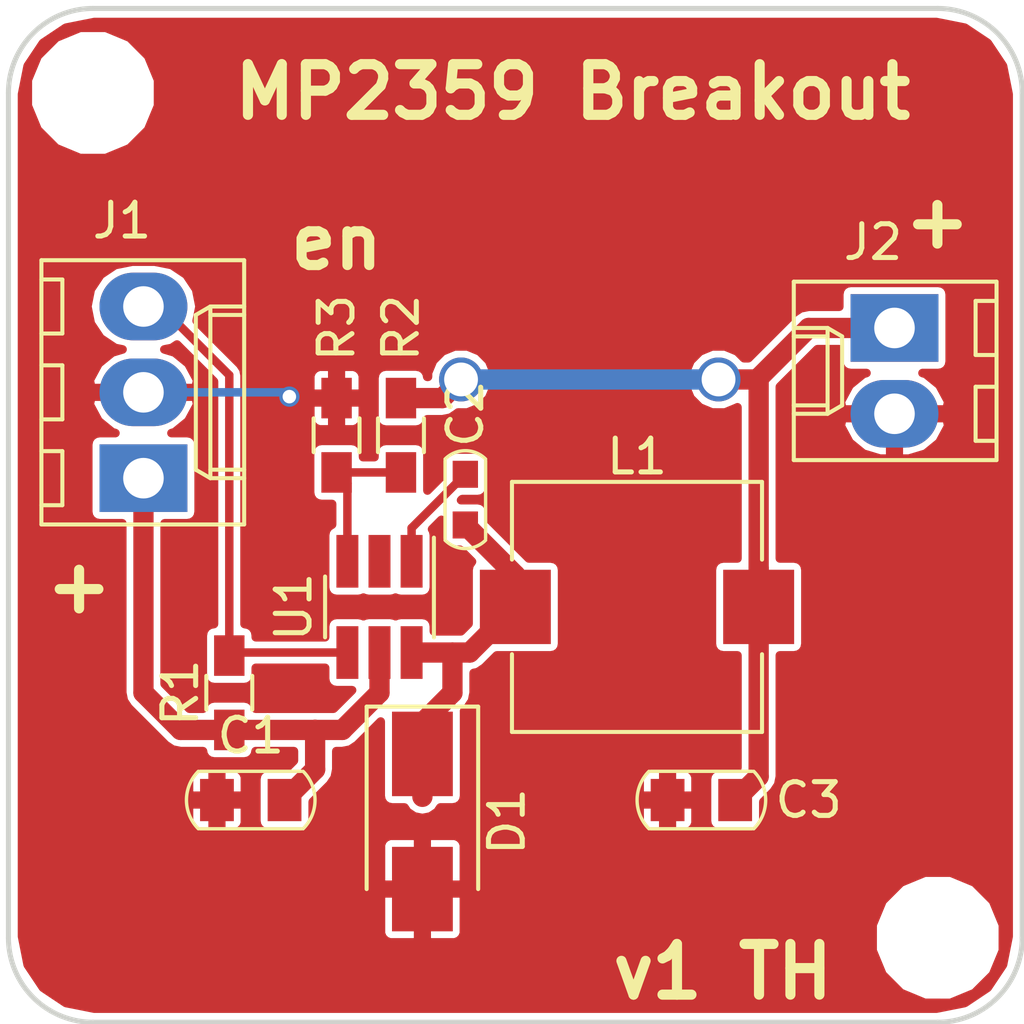
<source format=kicad_pcb>
(kicad_pcb (version 4) (host pcbnew 4.0.6-e0-6349~53~ubuntu14.04.1)

  (general
    (links 19)
    (no_connects 0)
    (area 155.575 68.58 186.300001 100.830001)
    (thickness 1.6)
    (drawings 5)
    (tracks 49)
    (zones 0)
    (modules 12)
    (nets 8)
  )

  (page A4)
  (layers
    (0 F.Cu signal)
    (31 B.Cu signal)
    (32 B.Adhes user)
    (33 F.Adhes user)
    (34 B.Paste user)
    (35 F.Paste user)
    (36 B.SilkS user)
    (37 F.SilkS user)
    (38 B.Mask user)
    (39 F.Mask user)
    (40 Dwgs.User user)
    (41 Cmts.User user)
    (42 Eco1.User user)
    (43 Eco2.User user)
    (44 Edge.Cuts user)
    (45 Margin user)
    (46 B.CrtYd user)
    (47 F.CrtYd user)
    (48 B.Fab user)
    (49 F.Fab user)
  )

  (setup
    (last_trace_width 0.25)
    (trace_clearance 0.2)
    (zone_clearance 0.508)
    (zone_45_only yes)
    (trace_min 0.2)
    (segment_width 0.2)
    (edge_width 0.15)
    (via_size 0.6)
    (via_drill 0.4)
    (via_min_size 0.4)
    (via_min_drill 0.3)
    (uvia_size 0.3)
    (uvia_drill 0.1)
    (uvias_allowed no)
    (uvia_min_size 0.2)
    (uvia_min_drill 0.1)
    (pcb_text_width 0.3)
    (pcb_text_size 1.5 1.5)
    (mod_edge_width 0.15)
    (mod_text_size 1 1)
    (mod_text_width 0.15)
    (pad_size 1.524 1.524)
    (pad_drill 0.762)
    (pad_to_mask_clearance 0.2)
    (aux_axis_origin 0 0)
    (visible_elements FFFFFF7F)
    (pcbplotparams
      (layerselection 0x00030_80000001)
      (usegerberextensions false)
      (excludeedgelayer true)
      (linewidth 0.100000)
      (plotframeref false)
      (viasonmask false)
      (mode 1)
      (useauxorigin false)
      (hpglpennumber 1)
      (hpglpenspeed 20)
      (hpglpendiameter 15)
      (hpglpenoverlay 2)
      (psnegative false)
      (psa4output false)
      (plotreference true)
      (plotvalue true)
      (plotinvisibletext false)
      (padsonsilk false)
      (subtractmaskfromsilk false)
      (outputformat 1)
      (mirror false)
      (drillshape 1)
      (scaleselection 1)
      (outputdirectory ""))
  )

  (net 0 "")
  (net 1 GND)
  (net 2 "Net-(C2-Pad1)")
  (net 3 "Net-(J1-Pad3)")
  (net 4 "Net-(R2-Pad2)")
  (net 5 /Vin)
  (net 6 /Vsw)
  (net 7 /Vout)

  (net_class Default "This is the default net class."
    (clearance 0.2)
    (trace_width 0.25)
    (via_dia 0.6)
    (via_drill 0.4)
    (uvia_dia 0.3)
    (uvia_drill 0.1)
    (add_net GND)
    (add_net "Net-(C2-Pad1)")
    (add_net "Net-(J1-Pad3)")
    (add_net "Net-(R2-Pad2)")
  )

  (net_class HC ""
    (clearance 0.2)
    (trace_width 0.6)
    (via_dia 1.3)
    (via_drill 1)
    (uvia_dia 0.3)
    (uvia_drill 0.1)
    (add_net /Vin)
    (add_net /Vout)
    (add_net /Vsw)
  )

  (module Capacitors_SMD_Round:C_0805 (layer F.Cu) (tedit 5967C7BC) (tstamp 596740DD)
    (at 163.195 93.98 180)
    (descr "Capacitor SMD 0805, reflow soldering, AVX (see smccp.pdf)")
    (tags "capacitor 0805")
    (path /5967B497)
    (attr smd)
    (fp_text reference C1 (at 0 1.905 180) (layer F.SilkS)
      (effects (font (size 1 1) (thickness 0.15)))
    )
    (fp_text value 10u (at 2.54 1.905 180) (layer F.Fab) hide
      (effects (font (size 1 1) (thickness 0.15)))
    )
    (fp_arc (start -0.7 0) (end -1.55 0.85) (angle 90) (layer F.SilkS) (width 0.1))
    (fp_arc (start 0.7 0) (end 1.55 -0.85) (angle 90) (layer F.SilkS) (width 0.1))
    (fp_line (start -1.5 0.85) (end 1.5 0.85) (layer F.SilkS) (width 0.1))
    (fp_line (start -1.5 -0.85) (end 1.5 -0.85) (layer F.SilkS) (width 0.1))
    (fp_text user %R (at 0 1.905 180) (layer F.Fab)
      (effects (font (size 1 1) (thickness 0.15)))
    )
    (fp_line (start -1 0.62) (end -1 -0.62) (layer F.Fab) (width 0.1))
    (fp_line (start 1 0.62) (end -1 0.62) (layer F.Fab) (width 0.1))
    (fp_line (start 1 -0.62) (end 1 0.62) (layer F.Fab) (width 0.1))
    (fp_line (start -1 -0.62) (end 1 -0.62) (layer F.Fab) (width 0.1))
    (fp_line (start -1.75 -0.88) (end 1.75 -0.88) (layer F.CrtYd) (width 0.05))
    (fp_line (start -1.75 -0.88) (end -1.75 0.87) (layer F.CrtYd) (width 0.05))
    (fp_line (start 1.75 0.87) (end 1.75 -0.88) (layer F.CrtYd) (width 0.05))
    (fp_line (start 1.75 0.87) (end -1.75 0.87) (layer F.CrtYd) (width 0.05))
    (pad 1 smd rect (at -1 0 180) (size 1 1.25) (layers F.Cu F.Paste F.Mask)
      (net 5 /Vin))
    (pad 2 smd rect (at 1 0 180) (size 1 1.25) (layers F.Cu F.Paste F.Mask)
      (net 1 GND))
    (model Capacitors_SMD.3dshapes/C_0805.wrl
      (at (xyz 0 0 0))
      (scale (xyz 1 1 1))
      (rotate (xyz 0 0 0))
    )
  )

  (module Capacitors_SMD_Round:C_0603 (layer F.Cu) (tedit 5967C7D4) (tstamp 596740F0)
    (at 169.545 85.09 270)
    (descr "Capacitor SMD 0603, reflow soldering, AVX (see smccp.pdf)")
    (tags "capacitor 0603")
    (path /5967B744)
    (attr smd)
    (fp_text reference C2 (at -2.54 0 270) (layer F.SilkS)
      (effects (font (size 1 1) (thickness 0.15)))
    )
    (fp_text value C (at 0 1.5 270) (layer F.Fab) hide
      (effects (font (size 1 1) (thickness 0.15)))
    )
    (fp_arc (start 0.6 0) (end 1.2 -0.6) (angle 90) (layer F.SilkS) (width 0.1))
    (fp_arc (start -0.6 0) (end -1.2 0.6) (angle 90) (layer F.SilkS) (width 0.1))
    (fp_line (start 1.15 0.6) (end -1.15 0.6) (layer F.SilkS) (width 0.1))
    (fp_line (start -1.15 -0.6) (end 1.15 -0.6) (layer F.SilkS) (width 0.1))
    (fp_text user %R (at -2.54 0 270) (layer F.Fab)
      (effects (font (size 1 1) (thickness 0.15)))
    )
    (fp_line (start -0.8 0.4) (end -0.8 -0.4) (layer F.Fab) (width 0.1))
    (fp_line (start 0.8 0.4) (end -0.8 0.4) (layer F.Fab) (width 0.1))
    (fp_line (start 0.8 -0.4) (end 0.8 0.4) (layer F.Fab) (width 0.1))
    (fp_line (start -0.8 -0.4) (end 0.8 -0.4) (layer F.Fab) (width 0.1))
    (fp_line (start -1.4 -0.65) (end 1.4 -0.65) (layer F.CrtYd) (width 0.05))
    (fp_line (start -1.4 -0.65) (end -1.4 0.65) (layer F.CrtYd) (width 0.05))
    (fp_line (start 1.4 0.65) (end 1.4 -0.65) (layer F.CrtYd) (width 0.05))
    (fp_line (start 1.4 0.65) (end -1.4 0.65) (layer F.CrtYd) (width 0.05))
    (pad 1 smd rect (at -0.75 0 270) (size 0.8 0.75) (layers F.Cu F.Paste F.Mask)
      (net 2 "Net-(C2-Pad1)"))
    (pad 2 smd rect (at 0.75 0 270) (size 0.8 0.75) (layers F.Cu F.Paste F.Mask)
      (net 6 /Vsw))
    (model Capacitors_SMD.3dshapes/C_0603.wrl
      (at (xyz 0 0 0))
      (scale (xyz 1 1 1))
      (rotate (xyz 0 0 0))
    )
  )

  (module Capacitors_SMD_Round:C_0805 (layer F.Cu) (tedit 5967C7E7) (tstamp 59674103)
    (at 176.53 93.98 180)
    (descr "Capacitor SMD 0805, reflow soldering, AVX (see smccp.pdf)")
    (tags "capacitor 0805")
    (path /5967BA2E)
    (attr smd)
    (fp_text reference C3 (at -3.175 0 180) (layer F.SilkS)
      (effects (font (size 1 1) (thickness 0.15)))
    )
    (fp_text value 22u (at 0 -1.27 180) (layer F.Fab)
      (effects (font (size 1 1) (thickness 0.15)))
    )
    (fp_arc (start -0.7 0) (end -1.55 0.85) (angle 90) (layer F.SilkS) (width 0.1))
    (fp_arc (start 0.7 0) (end 1.55 -0.85) (angle 90) (layer F.SilkS) (width 0.1))
    (fp_line (start -1.5 0.85) (end 1.5 0.85) (layer F.SilkS) (width 0.1))
    (fp_line (start -1.5 -0.85) (end 1.5 -0.85) (layer F.SilkS) (width 0.1))
    (fp_text user %R (at -3.175 0 180) (layer F.Fab)
      (effects (font (size 1 1) (thickness 0.15)))
    )
    (fp_line (start -1 0.62) (end -1 -0.62) (layer F.Fab) (width 0.1))
    (fp_line (start 1 0.62) (end -1 0.62) (layer F.Fab) (width 0.1))
    (fp_line (start 1 -0.62) (end 1 0.62) (layer F.Fab) (width 0.1))
    (fp_line (start -1 -0.62) (end 1 -0.62) (layer F.Fab) (width 0.1))
    (fp_line (start -1.75 -0.88) (end 1.75 -0.88) (layer F.CrtYd) (width 0.05))
    (fp_line (start -1.75 -0.88) (end -1.75 0.87) (layer F.CrtYd) (width 0.05))
    (fp_line (start 1.75 0.87) (end 1.75 -0.88) (layer F.CrtYd) (width 0.05))
    (fp_line (start 1.75 0.87) (end -1.75 0.87) (layer F.CrtYd) (width 0.05))
    (pad 1 smd rect (at -1 0 180) (size 1 1.25) (layers F.Cu F.Paste F.Mask)
      (net 7 /Vout))
    (pad 2 smd rect (at 1 0 180) (size 1 1.25) (layers F.Cu F.Paste F.Mask)
      (net 1 GND))
    (model Capacitors_SMD.3dshapes/C_0805.wrl
      (at (xyz 0 0 0))
      (scale (xyz 1 1 1))
      (rotate (xyz 0 0 0))
    )
  )

  (module Diodes_SMD:D_SMA (layer F.Cu) (tedit 5967C7C0) (tstamp 59674109)
    (at 168.275 94.615 270)
    (descr "Diode SMA")
    (tags "Diode SMA")
    (path /5967B7B1)
    (attr smd)
    (fp_text reference D1 (at 0 -2.5 270) (layer F.SilkS)
      (effects (font (size 1 1) (thickness 0.15)))
    )
    (fp_text value D_Schottky (at 0 2.6 270) (layer F.Fab) hide
      (effects (font (size 1 1) (thickness 0.15)))
    )
    (fp_text user %R (at 0 -2.5 270) (layer F.Fab)
      (effects (font (size 1 1) (thickness 0.15)))
    )
    (fp_line (start -3.4 -1.65) (end -3.4 1.65) (layer F.SilkS) (width 0.12))
    (fp_line (start 2.3 1.5) (end -2.3 1.5) (layer F.Fab) (width 0.1))
    (fp_line (start -2.3 1.5) (end -2.3 -1.5) (layer F.Fab) (width 0.1))
    (fp_line (start 2.3 -1.5) (end 2.3 1.5) (layer F.Fab) (width 0.1))
    (fp_line (start 2.3 -1.5) (end -2.3 -1.5) (layer F.Fab) (width 0.1))
    (fp_line (start -3.5 -1.75) (end 3.5 -1.75) (layer F.CrtYd) (width 0.05))
    (fp_line (start 3.5 -1.75) (end 3.5 1.75) (layer F.CrtYd) (width 0.05))
    (fp_line (start 3.5 1.75) (end -3.5 1.75) (layer F.CrtYd) (width 0.05))
    (fp_line (start -3.5 1.75) (end -3.5 -1.75) (layer F.CrtYd) (width 0.05))
    (fp_line (start -0.64944 0.00102) (end -1.55114 0.00102) (layer F.Fab) (width 0.1))
    (fp_line (start 0.50118 0.00102) (end 1.4994 0.00102) (layer F.Fab) (width 0.1))
    (fp_line (start -0.64944 -0.79908) (end -0.64944 0.80112) (layer F.Fab) (width 0.1))
    (fp_line (start 0.50118 0.75032) (end 0.50118 -0.79908) (layer F.Fab) (width 0.1))
    (fp_line (start -0.64944 0.00102) (end 0.50118 0.75032) (layer F.Fab) (width 0.1))
    (fp_line (start -0.64944 0.00102) (end 0.50118 -0.79908) (layer F.Fab) (width 0.1))
    (fp_line (start -3.4 1.65) (end 2 1.65) (layer F.SilkS) (width 0.12))
    (fp_line (start -3.4 -1.65) (end 2 -1.65) (layer F.SilkS) (width 0.12))
    (pad 1 smd rect (at -2 0 270) (size 2.5 1.8) (layers F.Cu F.Paste F.Mask)
      (net 6 /Vsw))
    (pad 2 smd rect (at 2 0 270) (size 2.5 1.8) (layers F.Cu F.Paste F.Mask)
      (net 1 GND))
    (model ${KISYS3DMOD}/Diodes_SMD.3dshapes/D_SMA.wrl
      (at (xyz 0 0 0))
      (scale (xyz 1 1 1))
      (rotate (xyz 0 0 0))
    )
  )

  (module Connectors_Molex:Molex_KK-6410-03_03x2.54mm_Straight (layer F.Cu) (tedit 5967C7CA) (tstamp 59674110)
    (at 160.02 84.455 90)
    (descr "Connector Headers with Friction Lock, 22-27-2031, http://www.molex.com/pdm_docs/sd/022272021_sd.pdf")
    (tags "connector molex kk_6410 22-27-2031")
    (path /5967B69C)
    (fp_text reference J1 (at 7.62 -0.635 180) (layer F.SilkS)
      (effects (font (size 1 1) (thickness 0.15)))
    )
    (fp_text value CONN_01X03 (at 2.54 4.5 90) (layer F.Fab) hide
      (effects (font (size 1 1) (thickness 0.15)))
    )
    (fp_line (start -1.47 -3.12) (end -1.47 3.08) (layer F.Fab) (width 0.12))
    (fp_line (start -1.47 3.08) (end 6.55 3.08) (layer F.Fab) (width 0.12))
    (fp_line (start 6.55 3.08) (end 6.55 -3.12) (layer F.Fab) (width 0.12))
    (fp_line (start 6.55 -3.12) (end -1.47 -3.12) (layer F.Fab) (width 0.12))
    (fp_line (start -1.37 -3.02) (end -1.37 2.98) (layer F.SilkS) (width 0.12))
    (fp_line (start -1.37 2.98) (end 6.45 2.98) (layer F.SilkS) (width 0.12))
    (fp_line (start 6.45 2.98) (end 6.45 -3.02) (layer F.SilkS) (width 0.12))
    (fp_line (start 6.45 -3.02) (end -1.37 -3.02) (layer F.SilkS) (width 0.12))
    (fp_line (start 0 2.98) (end 0 1.98) (layer F.SilkS) (width 0.12))
    (fp_line (start 0 1.98) (end 5.08 1.98) (layer F.SilkS) (width 0.12))
    (fp_line (start 5.08 1.98) (end 5.08 2.98) (layer F.SilkS) (width 0.12))
    (fp_line (start 0 1.98) (end 0.25 1.55) (layer F.SilkS) (width 0.12))
    (fp_line (start 0.25 1.55) (end 4.83 1.55) (layer F.SilkS) (width 0.12))
    (fp_line (start 4.83 1.55) (end 5.08 1.98) (layer F.SilkS) (width 0.12))
    (fp_line (start 0.25 2.98) (end 0.25 1.98) (layer F.SilkS) (width 0.12))
    (fp_line (start 4.83 2.98) (end 4.83 1.98) (layer F.SilkS) (width 0.12))
    (fp_line (start -0.8 -3.02) (end -0.8 -2.4) (layer F.SilkS) (width 0.12))
    (fp_line (start -0.8 -2.4) (end 0.8 -2.4) (layer F.SilkS) (width 0.12))
    (fp_line (start 0.8 -2.4) (end 0.8 -3.02) (layer F.SilkS) (width 0.12))
    (fp_line (start 1.74 -3.02) (end 1.74 -2.4) (layer F.SilkS) (width 0.12))
    (fp_line (start 1.74 -2.4) (end 3.34 -2.4) (layer F.SilkS) (width 0.12))
    (fp_line (start 3.34 -2.4) (end 3.34 -3.02) (layer F.SilkS) (width 0.12))
    (fp_line (start 4.28 -3.02) (end 4.28 -2.4) (layer F.SilkS) (width 0.12))
    (fp_line (start 4.28 -2.4) (end 5.88 -2.4) (layer F.SilkS) (width 0.12))
    (fp_line (start 5.88 -2.4) (end 5.88 -3.02) (layer F.SilkS) (width 0.12))
    (fp_line (start -1.9 3.5) (end -1.9 -3.55) (layer F.CrtYd) (width 0.05))
    (fp_line (start -1.9 -3.55) (end 7 -3.55) (layer F.CrtYd) (width 0.05))
    (fp_line (start 7 -3.55) (end 7 3.5) (layer F.CrtYd) (width 0.05))
    (fp_line (start 7 3.5) (end -1.9 3.5) (layer F.CrtYd) (width 0.05))
    (fp_text user %R (at 2.54 0 90) (layer F.Fab)
      (effects (font (size 1 1) (thickness 0.15)))
    )
    (pad 1 thru_hole rect (at 0 0 90) (size 2 2.6) (drill 1.2) (layers *.Cu *.Mask)
      (net 5 /Vin))
    (pad 2 thru_hole oval (at 2.54 0 90) (size 2 2.6) (drill 1.2) (layers *.Cu *.Mask)
      (net 1 GND))
    (pad 3 thru_hole oval (at 5.08 0 90) (size 2 2.6) (drill 1.2) (layers *.Cu *.Mask)
      (net 3 "Net-(J1-Pad3)"))
    (model ${KISYS3DMOD}/Connectors_Molex.3dshapes/Molex_KK-6410-03_03x2.54mm_Straight.wrl
      (at (xyz 0 0 0))
      (scale (xyz 1 1 1))
      (rotate (xyz 0 0 0))
    )
  )

  (module Connectors_Molex:Molex_KK-6410-02_02x2.54mm_Straight (layer F.Cu) (tedit 5967C7F3) (tstamp 59674116)
    (at 182.245 80.01 270)
    (descr "Connector Headers with Friction Lock, 22-27-2021, http://www.molex.com/pdm_docs/sd/022272021_sd.pdf")
    (tags "connector molex kk_6410 22-27-2021")
    (path /5967BAE6)
    (fp_text reference J2 (at -2.54 0.635 360) (layer F.SilkS)
      (effects (font (size 1 1) (thickness 0.15)))
    )
    (fp_text value CONN_01X02 (at 1.27 4.5 270) (layer F.Fab) hide
      (effects (font (size 1 1) (thickness 0.15)))
    )
    (fp_line (start -1.47 -3.12) (end -1.47 3.08) (layer F.Fab) (width 0.12))
    (fp_line (start -1.47 3.08) (end 4.01 3.08) (layer F.Fab) (width 0.12))
    (fp_line (start 4.01 3.08) (end 4.01 -3.12) (layer F.Fab) (width 0.12))
    (fp_line (start 4.01 -3.12) (end -1.47 -3.12) (layer F.Fab) (width 0.12))
    (fp_line (start -1.37 -3.02) (end -1.37 2.98) (layer F.SilkS) (width 0.12))
    (fp_line (start -1.37 2.98) (end 3.91 2.98) (layer F.SilkS) (width 0.12))
    (fp_line (start 3.91 2.98) (end 3.91 -3.02) (layer F.SilkS) (width 0.12))
    (fp_line (start 3.91 -3.02) (end -1.37 -3.02) (layer F.SilkS) (width 0.12))
    (fp_line (start 0 2.98) (end 0 1.98) (layer F.SilkS) (width 0.12))
    (fp_line (start 0 1.98) (end 2.54 1.98) (layer F.SilkS) (width 0.12))
    (fp_line (start 2.54 1.98) (end 2.54 2.98) (layer F.SilkS) (width 0.12))
    (fp_line (start 0 1.98) (end 0.25 1.55) (layer F.SilkS) (width 0.12))
    (fp_line (start 0.25 1.55) (end 2.29 1.55) (layer F.SilkS) (width 0.12))
    (fp_line (start 2.29 1.55) (end 2.54 1.98) (layer F.SilkS) (width 0.12))
    (fp_line (start 0.25 2.98) (end 0.25 1.98) (layer F.SilkS) (width 0.12))
    (fp_line (start 2.29 2.98) (end 2.29 1.98) (layer F.SilkS) (width 0.12))
    (fp_line (start -0.8 -3.02) (end -0.8 -2.4) (layer F.SilkS) (width 0.12))
    (fp_line (start -0.8 -2.4) (end 0.8 -2.4) (layer F.SilkS) (width 0.12))
    (fp_line (start 0.8 -2.4) (end 0.8 -3.02) (layer F.SilkS) (width 0.12))
    (fp_line (start 1.74 -3.02) (end 1.74 -2.4) (layer F.SilkS) (width 0.12))
    (fp_line (start 1.74 -2.4) (end 3.34 -2.4) (layer F.SilkS) (width 0.12))
    (fp_line (start 3.34 -2.4) (end 3.34 -3.02) (layer F.SilkS) (width 0.12))
    (fp_line (start -1.9 3.5) (end -1.9 -3.55) (layer F.CrtYd) (width 0.05))
    (fp_line (start -1.9 -3.55) (end 4.45 -3.55) (layer F.CrtYd) (width 0.05))
    (fp_line (start 4.45 -3.55) (end 4.45 3.5) (layer F.CrtYd) (width 0.05))
    (fp_line (start 4.45 3.5) (end -1.9 3.5) (layer F.CrtYd) (width 0.05))
    (fp_text user %R (at 1.27 0 270) (layer F.Fab)
      (effects (font (size 1 1) (thickness 0.15)))
    )
    (pad 1 thru_hole rect (at 0 0 270) (size 2 2.6) (drill 1.2) (layers *.Cu *.Mask)
      (net 7 /Vout))
    (pad 2 thru_hole oval (at 2.54 0 270) (size 2 2.6) (drill 1.2) (layers *.Cu *.Mask)
      (net 1 GND))
    (model ${KISYS3DMOD}/Connectors_Molex.3dshapes/Molex_KK-6410-02_02x2.54mm_Straight.wrl
      (at (xyz 0 0 0))
      (scale (xyz 1 1 1))
      (rotate (xyz 0 0 0))
    )
  )

  (module Inductors2:L_7.3x7.3_Handsoldering (layer F.Cu) (tedit 5967C954) (tstamp 5967412E)
    (at 174.625 88.265)
    (descr "Choke, SMD, 7.3x7.3mm 3.5mm height")
    (tags "Choke SMD")
    (path /5967B44A)
    (attr smd)
    (fp_text reference L1 (at 0 -4.45) (layer F.SilkS)
      (effects (font (size 1 1) (thickness 0.15)))
    )
    (fp_text value L (at 0 0) (layer F.Fab)
      (effects (font (size 1 1) (thickness 0.15)))
    )
    (fp_line (start 3.7 1.4) (end 3.7 3.7) (layer F.SilkS) (width 0.12))
    (fp_line (start 3.7 3.7) (end -3.7 3.7) (layer F.SilkS) (width 0.12))
    (fp_line (start -3.7 3.7) (end -3.7 1.4) (layer F.SilkS) (width 0.12))
    (fp_line (start -3.7 -1.4) (end -3.7 -3.7) (layer F.SilkS) (width 0.12))
    (fp_line (start -3.7 -3.7) (end 3.7 -3.7) (layer F.SilkS) (width 0.12))
    (fp_line (start 3.7 -3.7) (end 3.7 -1.4) (layer F.SilkS) (width 0.12))
    (fp_line (start -4.2 -3.9) (end -4.2 3.9) (layer F.CrtYd) (width 0.05))
    (fp_line (start -4.2 3.9) (end 4.2 3.9) (layer F.CrtYd) (width 0.05))
    (fp_line (start 4.2 3.9) (end 4.2 -3.9) (layer F.CrtYd) (width 0.05))
    (fp_line (start 4.2 -3.9) (end -4.2 -3.9) (layer F.CrtYd) (width 0.05))
    (fp_line (start 3.65 3.65) (end 3.65 1.4) (layer F.Fab) (width 0.1))
    (fp_line (start 3.65 -3.65) (end 3.65 -1.4) (layer F.Fab) (width 0.1))
    (fp_line (start -3.65 3.65) (end -3.65 1.4) (layer F.Fab) (width 0.1))
    (fp_line (start -3.65 -3.65) (end -3.65 -1.4) (layer F.Fab) (width 0.1))
    (fp_line (start 3.65 3.65) (end -3.65 3.65) (layer F.Fab) (width 0.1))
    (fp_line (start -3.65 -3.65) (end 3.65 -3.65) (layer F.Fab) (width 0.1))
    (fp_arc (start 0 0) (end 2.29 2.29) (angle 90) (layer F.Fab) (width 0.1))
    (fp_arc (start 0 0) (end -2.29 -2.29) (angle 90) (layer F.Fab) (width 0.1))
    (pad 1 smd rect (at -3.6 0) (size 2.1 2.2) (layers F.Cu F.Paste F.Mask)
      (net 6 /Vsw))
    (pad 2 smd rect (at 3.6 0) (size 2.1 2.2) (layers F.Cu F.Paste F.Mask)
      (net 7 /Vout))
  )

  (module Outlines:Outline_30 (layer F.Cu) (tedit 596718B2) (tstamp 5967413C)
    (at 156.025 70.555)
    (path /5967BE8D)
    (fp_text reference P1 (at 9 -1) (layer F.SilkS) hide
      (effects (font (size 1 1) (thickness 0.15)))
    )
    (fp_text value SYMBOL (at 15 -1) (layer F.Fab) hide
      (effects (font (size 1 1) (thickness 0.15)))
    )
    (fp_line (start 30 27.5) (end 30 2.5) (layer Edge.Cuts) (width 0.15))
    (fp_line (start 2.5 30) (end 27.5 30) (layer Edge.Cuts) (width 0.15))
    (fp_line (start 0 2.5) (end 0 27.5) (layer Edge.Cuts) (width 0.15))
    (fp_line (start 27.5 0) (end 2.5 0) (layer Edge.Cuts) (width 0.15))
    (fp_arc (start 2.5 27.5) (end 2.5 30) (angle 90) (layer Edge.Cuts) (width 0.15))
    (fp_arc (start 27.5 27.5) (end 30 27.5) (angle 90) (layer Edge.Cuts) (width 0.15))
    (fp_arc (start 27.5 2.5) (end 27.5 0) (angle 90) (layer Edge.Cuts) (width 0.15))
    (fp_arc (start 2.5 2.5) (end 0 2.5) (angle 90) (layer Edge.Cuts) (width 0.15))
    (pad "" np_thru_hole circle (at 2.5 2.5) (size 3.2 3.2) (drill 3.2) (layers *.Cu *.Mask))
    (pad "" np_thru_hole circle (at 27.5 27.5) (size 3.2 3.2) (drill 3.2) (layers *.Cu *.Mask))
  )

  (module Resistors_SMD:R_0603_HandSoldering (layer F.Cu) (tedit 58E0A804) (tstamp 59674142)
    (at 162.56 90.805 90)
    (descr "Resistor SMD 0603, hand soldering")
    (tags "resistor 0603")
    (path /5967B5BD)
    (attr smd)
    (fp_text reference R1 (at 0 -1.45 90) (layer F.SilkS)
      (effects (font (size 1 1) (thickness 0.15)))
    )
    (fp_text value 100k (at 0 1.55 90) (layer F.Fab)
      (effects (font (size 1 1) (thickness 0.15)))
    )
    (fp_text user %R (at 0 0 90) (layer F.Fab)
      (effects (font (size 0.5 0.5) (thickness 0.075)))
    )
    (fp_line (start -0.8 0.4) (end -0.8 -0.4) (layer F.Fab) (width 0.1))
    (fp_line (start 0.8 0.4) (end -0.8 0.4) (layer F.Fab) (width 0.1))
    (fp_line (start 0.8 -0.4) (end 0.8 0.4) (layer F.Fab) (width 0.1))
    (fp_line (start -0.8 -0.4) (end 0.8 -0.4) (layer F.Fab) (width 0.1))
    (fp_line (start 0.5 0.68) (end -0.5 0.68) (layer F.SilkS) (width 0.12))
    (fp_line (start -0.5 -0.68) (end 0.5 -0.68) (layer F.SilkS) (width 0.12))
    (fp_line (start -1.96 -0.7) (end 1.95 -0.7) (layer F.CrtYd) (width 0.05))
    (fp_line (start -1.96 -0.7) (end -1.96 0.7) (layer F.CrtYd) (width 0.05))
    (fp_line (start 1.95 0.7) (end 1.95 -0.7) (layer F.CrtYd) (width 0.05))
    (fp_line (start 1.95 0.7) (end -1.96 0.7) (layer F.CrtYd) (width 0.05))
    (pad 1 smd rect (at -1.1 0 90) (size 1.2 0.9) (layers F.Cu F.Paste F.Mask)
      (net 5 /Vin))
    (pad 2 smd rect (at 1.1 0 90) (size 1.2 0.9) (layers F.Cu F.Paste F.Mask)
      (net 3 "Net-(J1-Pad3)"))
    (model ${KISYS3DMOD}/Resistors_SMD.3dshapes/R_0603.wrl
      (at (xyz 0 0 0))
      (scale (xyz 1 1 1))
      (rotate (xyz 0 0 0))
    )
  )

  (module Resistors_SMD:R_0603_HandSoldering (layer F.Cu) (tedit 59673EE1) (tstamp 59674148)
    (at 167.64 83.185 270)
    (descr "Resistor SMD 0603, hand soldering")
    (tags "resistor 0603")
    (path /5967B8E9)
    (attr smd)
    (fp_text reference R2 (at -3.175 0 270) (layer F.SilkS)
      (effects (font (size 1 1) (thickness 0.15)))
    )
    (fp_text value 49.9k (at 0 1.55 270) (layer F.Fab)
      (effects (font (size 1 1) (thickness 0.15)))
    )
    (fp_text user %R (at 0 0 270) (layer F.Fab)
      (effects (font (size 0.5 0.5) (thickness 0.075)))
    )
    (fp_line (start -0.8 0.4) (end -0.8 -0.4) (layer F.Fab) (width 0.1))
    (fp_line (start 0.8 0.4) (end -0.8 0.4) (layer F.Fab) (width 0.1))
    (fp_line (start 0.8 -0.4) (end 0.8 0.4) (layer F.Fab) (width 0.1))
    (fp_line (start -0.8 -0.4) (end 0.8 -0.4) (layer F.Fab) (width 0.1))
    (fp_line (start 0.5 0.68) (end -0.5 0.68) (layer F.SilkS) (width 0.12))
    (fp_line (start -0.5 -0.68) (end 0.5 -0.68) (layer F.SilkS) (width 0.12))
    (fp_line (start -1.96 -0.7) (end 1.95 -0.7) (layer F.CrtYd) (width 0.05))
    (fp_line (start -1.96 -0.7) (end -1.96 0.7) (layer F.CrtYd) (width 0.05))
    (fp_line (start 1.95 0.7) (end 1.95 -0.7) (layer F.CrtYd) (width 0.05))
    (fp_line (start 1.95 0.7) (end -1.96 0.7) (layer F.CrtYd) (width 0.05))
    (pad 1 smd rect (at -1.1 0 270) (size 1.2 0.9) (layers F.Cu F.Paste F.Mask)
      (net 7 /Vout))
    (pad 2 smd rect (at 1.1 0 270) (size 1.2 0.9) (layers F.Cu F.Paste F.Mask)
      (net 4 "Net-(R2-Pad2)"))
    (model ${KISYS3DMOD}/Resistors_SMD.3dshapes/R_0603.wrl
      (at (xyz 0 0 0))
      (scale (xyz 1 1 1))
      (rotate (xyz 0 0 0))
    )
  )

  (module Resistors_SMD:R_0603_HandSoldering (layer F.Cu) (tedit 59673EE4) (tstamp 5967414E)
    (at 165.735 83.185 90)
    (descr "Resistor SMD 0603, hand soldering")
    (tags "resistor 0603")
    (path /5967B974)
    (attr smd)
    (fp_text reference R3 (at 3.175 0 90) (layer F.SilkS)
      (effects (font (size 1 1) (thickness 0.15)))
    )
    (fp_text value 16.2k (at 0 1.55 90) (layer F.Fab)
      (effects (font (size 1 1) (thickness 0.15)))
    )
    (fp_text user %R (at 0 0 90) (layer F.Fab)
      (effects (font (size 0.5 0.5) (thickness 0.075)))
    )
    (fp_line (start -0.8 0.4) (end -0.8 -0.4) (layer F.Fab) (width 0.1))
    (fp_line (start 0.8 0.4) (end -0.8 0.4) (layer F.Fab) (width 0.1))
    (fp_line (start 0.8 -0.4) (end 0.8 0.4) (layer F.Fab) (width 0.1))
    (fp_line (start -0.8 -0.4) (end 0.8 -0.4) (layer F.Fab) (width 0.1))
    (fp_line (start 0.5 0.68) (end -0.5 0.68) (layer F.SilkS) (width 0.12))
    (fp_line (start -0.5 -0.68) (end 0.5 -0.68) (layer F.SilkS) (width 0.12))
    (fp_line (start -1.96 -0.7) (end 1.95 -0.7) (layer F.CrtYd) (width 0.05))
    (fp_line (start -1.96 -0.7) (end -1.96 0.7) (layer F.CrtYd) (width 0.05))
    (fp_line (start 1.95 0.7) (end 1.95 -0.7) (layer F.CrtYd) (width 0.05))
    (fp_line (start 1.95 0.7) (end -1.96 0.7) (layer F.CrtYd) (width 0.05))
    (pad 1 smd rect (at -1.1 0 90) (size 1.2 0.9) (layers F.Cu F.Paste F.Mask)
      (net 4 "Net-(R2-Pad2)"))
    (pad 2 smd rect (at 1.1 0 90) (size 1.2 0.9) (layers F.Cu F.Paste F.Mask)
      (net 1 GND))
    (model ${KISYS3DMOD}/Resistors_SMD.3dshapes/R_0603.wrl
      (at (xyz 0 0 0))
      (scale (xyz 1 1 1))
      (rotate (xyz 0 0 0))
    )
  )

  (module TO_SOT_Packages_SMD:SOT-23-6_Handsoldering (layer F.Cu) (tedit 59674057) (tstamp 59674164)
    (at 167.005 88.265 270)
    (descr "6-pin SOT-23 package, Handsoldering")
    (tags "SOT-23-6 Handsoldering")
    (path /5967B40E)
    (attr smd)
    (fp_text reference U1 (at 0 2.54 270) (layer F.SilkS)
      (effects (font (size 1 1) (thickness 0.15)))
    )
    (fp_text value MP2359 (at 0 2.9 270) (layer F.Fab)
      (effects (font (size 1 1) (thickness 0.15)))
    )
    (fp_text user %R (at 0 0 270) (layer F.Fab)
      (effects (font (size 0.5 0.5) (thickness 0.075)))
    )
    (fp_line (start -0.9 1.61) (end 0.9 1.61) (layer F.SilkS) (width 0.12))
    (fp_line (start 0.9 -1.61) (end -2.05 -1.61) (layer F.SilkS) (width 0.12))
    (fp_line (start -2.4 1.8) (end -2.4 -1.8) (layer F.CrtYd) (width 0.05))
    (fp_line (start 2.4 1.8) (end -2.4 1.8) (layer F.CrtYd) (width 0.05))
    (fp_line (start 2.4 -1.8) (end 2.4 1.8) (layer F.CrtYd) (width 0.05))
    (fp_line (start -2.4 -1.8) (end 2.4 -1.8) (layer F.CrtYd) (width 0.05))
    (fp_line (start -0.9 -0.9) (end -0.25 -1.55) (layer F.Fab) (width 0.1))
    (fp_line (start 0.9 -1.55) (end -0.25 -1.55) (layer F.Fab) (width 0.1))
    (fp_line (start -0.9 -0.9) (end -0.9 1.55) (layer F.Fab) (width 0.1))
    (fp_line (start 0.9 1.55) (end -0.9 1.55) (layer F.Fab) (width 0.1))
    (fp_line (start 0.9 -1.55) (end 0.9 1.55) (layer F.Fab) (width 0.1))
    (pad 1 smd rect (at -1.35 -0.95 270) (size 1.56 0.65) (layers F.Cu F.Paste F.Mask)
      (net 2 "Net-(C2-Pad1)"))
    (pad 2 smd rect (at -1.35 0 270) (size 1.56 0.65) (layers F.Cu F.Paste F.Mask))
    (pad 3 smd rect (at -1.35 0.95 270) (size 1.56 0.65) (layers F.Cu F.Paste F.Mask)
      (net 4 "Net-(R2-Pad2)"))
    (pad 4 smd rect (at 1.35 0.95 270) (size 1.56 0.65) (layers F.Cu F.Paste F.Mask)
      (net 3 "Net-(J1-Pad3)"))
    (pad 6 smd rect (at 1.35 -0.95 270) (size 1.56 0.65) (layers F.Cu F.Paste F.Mask)
      (net 6 /Vsw))
    (pad 5 smd rect (at 1.35 0 270) (size 1.56 0.65) (layers F.Cu F.Paste F.Mask)
      (net 5 /Vin))
    (model ${KISYS3DMOD}/TO_SOT_Packages_SMD.3dshapes/SOT-23-6.wrl
      (at (xyz 0 0 0))
      (scale (xyz 1 1 1))
      (rotate (xyz 0 0 0))
    )
  )

  (gr_text "v1 TH" (at 177.165 99.06) (layer F.SilkS)
    (effects (font (size 1.5 1.5) (thickness 0.3)))
  )
  (gr_text "MP2359 Breakout" (at 172.72 73.025) (layer F.SilkS)
    (effects (font (size 1.5 1.5) (thickness 0.3)))
  )
  (gr_text en (at 165.735 77.47) (layer F.SilkS)
    (effects (font (size 1.5 1.5) (thickness 0.3)))
  )
  (gr_text + (at 158.115 87.63) (layer F.SilkS)
    (effects (font (size 1.5 1.5) (thickness 0.3)))
  )
  (gr_text + (at 183.515 76.835) (layer F.SilkS)
    (effects (font (size 1.5 1.5) (thickness 0.3)))
  )

  (segment (start 160.02 81.915) (end 164.211 81.915) (width 0.25) (layer B.Cu) (net 1))
  (segment (start 164.381 82.085) (end 165.735 82.085) (width 0.25) (layer F.Cu) (net 1) (tstamp 596743B2))
  (segment (start 164.338 82.042) (end 164.381 82.085) (width 0.25) (layer F.Cu) (net 1) (tstamp 596743B1))
  (via (at 164.338 82.042) (size 0.6) (drill 0.4) (layers F.Cu B.Cu) (net 1))
  (segment (start 164.211 81.915) (end 164.338 82.042) (width 0.25) (layer B.Cu) (net 1) (tstamp 596743AF))
  (segment (start 160.19 82.085) (end 160.02 81.915) (width 0.25) (layer F.Cu) (net 1) (tstamp 59674394))
  (segment (start 167.955 86.915) (end 167.955 85.93) (width 0.25) (layer F.Cu) (net 2))
  (segment (start 167.955 85.93) (end 169.545 84.34) (width 0.25) (layer F.Cu) (net 2) (tstamp 599A53D5))
  (segment (start 160.02 79.375) (end 160.528 79.375) (width 0.25) (layer F.Cu) (net 3))
  (segment (start 160.528 79.375) (end 162.56 81.407) (width 0.25) (layer F.Cu) (net 3) (tstamp 596743AA))
  (segment (start 162.56 81.407) (end 162.56 89.705) (width 0.25) (layer F.Cu) (net 3) (tstamp 596743AB))
  (segment (start 166.055 89.615) (end 162.65 89.615) (width 0.25) (layer F.Cu) (net 3))
  (segment (start 162.65 89.615) (end 162.56 89.705) (width 0.25) (layer F.Cu) (net 3) (tstamp 5967434D))
  (segment (start 166.055 86.915) (end 166.055 84.605) (width 0.25) (layer F.Cu) (net 4))
  (segment (start 166.055 84.605) (end 165.735 84.285) (width 0.25) (layer F.Cu) (net 4) (tstamp 59674391))
  (segment (start 167.64 84.285) (end 165.735 84.285) (width 0.25) (layer F.Cu) (net 4))
  (segment (start 165.1 92.075) (end 165.1 93.075) (width 0.6) (layer F.Cu) (net 5))
  (segment (start 165.1 93.075) (end 164.195 93.98) (width 0.6) (layer F.Cu) (net 5) (tstamp 599A54A7))
  (segment (start 165.1 91.905) (end 165.1 92.075) (width 0.6) (layer F.Cu) (net 5) (tstamp 59674358))
  (segment (start 165.1 92.075) (end 165.1 91.905) (width 0.6) (layer F.Cu) (net 5) (tstamp 5967435A))
  (segment (start 162.56 91.905) (end 161.12 91.905) (width 0.6) (layer F.Cu) (net 5))
  (segment (start 160.02 90.805) (end 160.02 84.455) (width 0.6) (layer F.Cu) (net 5) (tstamp 59674355))
  (segment (start 161.12 91.905) (end 160.02 90.805) (width 0.6) (layer F.Cu) (net 5) (tstamp 59674354))
  (segment (start 167.005 89.615) (end 167.005 90.805) (width 0.6) (layer F.Cu) (net 5))
  (segment (start 165.905 91.905) (end 165.1 91.905) (width 0.6) (layer F.Cu) (net 5) (tstamp 59674351))
  (segment (start 165.1 91.905) (end 162.56 91.905) (width 0.6) (layer F.Cu) (net 5) (tstamp 5967435B))
  (segment (start 167.005 90.805) (end 165.905 91.905) (width 0.6) (layer F.Cu) (net 5) (tstamp 59674350))
  (segment (start 168.275 92.615) (end 168.275 91.694) (width 0.6) (layer F.Cu) (net 6))
  (segment (start 168.275 91.694) (end 169.164 90.805) (width 0.6) (layer F.Cu) (net 6) (tstamp 599A545C))
  (segment (start 169.164 90.805) (end 169.164 89.615) (width 0.6) (layer F.Cu) (net 6) (tstamp 599A545D))
  (segment (start 171.025 88.265) (end 171.025 87.32) (width 0.6) (layer F.Cu) (net 6))
  (segment (start 171.025 87.32) (end 169.545 85.84) (width 0.6) (layer F.Cu) (net 6) (tstamp 599A5459))
  (segment (start 167.955 89.615) (end 169.164 89.615) (width 0.6) (layer F.Cu) (net 6))
  (segment (start 169.164 89.615) (end 169.675 89.615) (width 0.6) (layer F.Cu) (net 6) (tstamp 599A5460))
  (segment (start 169.675 89.615) (end 171.025 88.265) (width 0.6) (layer F.Cu) (net 6) (tstamp 599A5456))
  (segment (start 168.275 93.885) (end 168.275 92.92) (width 0.6) (layer F.Cu) (net 6))
  (segment (start 178.225 88.265) (end 178.225 93.285) (width 0.6) (layer F.Cu) (net 7))
  (segment (start 178.225 93.285) (end 177.53 93.98) (width 0.6) (layer F.Cu) (net 7) (tstamp 599A54AA))
  (segment (start 178.225 87.122) (end 178.225 88.265) (width 0.6) (layer F.Cu) (net 7))
  (segment (start 178.225 81.534) (end 177.038 81.534) (width 0.6) (layer F.Cu) (net 7))
  (segment (start 168.867 82.085) (end 167.64 82.085) (width 0.6) (layer F.Cu) (net 7) (tstamp 596743A6))
  (segment (start 169.418 81.534) (end 168.867 82.085) (width 0.6) (layer F.Cu) (net 7) (tstamp 596743A5))
  (via (at 169.418 81.534) (size 1.3) (drill 1) (layers F.Cu B.Cu) (net 7))
  (segment (start 177.038 81.534) (end 169.418 81.534) (width 0.6) (layer B.Cu) (net 7) (tstamp 596743A2))
  (via (at 177.038 81.534) (size 1.3) (drill 1) (layers F.Cu B.Cu) (net 7))
  (segment (start 178.225 87.122) (end 178.225 81.534) (width 0.6) (layer F.Cu) (net 7) (tstamp 599A5463))
  (segment (start 178.225 81.534) (end 178.225 81.49) (width 0.6) (layer F.Cu) (net 7) (tstamp 5967439E))
  (segment (start 179.705 80.01) (end 182.245 80.01) (width 0.6) (layer F.Cu) (net 7) (tstamp 59674369))
  (segment (start 178.225 81.49) (end 179.705 80.01) (width 0.6) (layer F.Cu) (net 7) (tstamp 59674368))

  (zone (net 1) (net_name GND) (layer F.Cu) (tstamp 596743B5) (hatch edge 0.508)
    (connect_pads (clearance 0.2))
    (min_thickness 0.254)
    (fill yes (arc_segments 16) (thermal_gap 0.2) (thermal_bridge_width 0.508))
    (polygon
      (pts
        (xy 155.956 70.485) (xy 155.956 100.584) (xy 186.055 100.584) (xy 186.055 70.485) (xy 156.21 70.485)
      )
    )
    (filled_polygon
      (pts
        (xy 184.324857 71.123977) (xy 185.002942 71.57706) (xy 185.456023 72.255143) (xy 185.623 73.094595) (xy 185.623 98.015405)
        (xy 185.456023 98.854857) (xy 185.002942 99.53294) (xy 184.324857 99.986023) (xy 183.485405 100.153) (xy 158.564595 100.153)
        (xy 157.725143 99.986023) (xy 157.04706 99.532942) (xy 156.593977 98.854857) (xy 156.510786 98.436622) (xy 181.597666 98.436622)
        (xy 181.890416 99.145132) (xy 182.432017 99.687678) (xy 183.140014 99.981665) (xy 183.906622 99.982334) (xy 184.615132 99.689584)
        (xy 185.157678 99.147983) (xy 185.451665 98.439986) (xy 185.452334 97.673378) (xy 185.159584 96.964868) (xy 184.617983 96.422322)
        (xy 183.909986 96.128335) (xy 183.143378 96.127666) (xy 182.434868 96.420416) (xy 181.892322 96.962017) (xy 181.598335 97.670014)
        (xy 181.597666 98.436622) (xy 156.510786 98.436622) (xy 156.427 98.015405) (xy 156.427 96.82375) (xy 167.048 96.82375)
        (xy 167.048 97.930044) (xy 167.097783 98.05023) (xy 167.189769 98.142217) (xy 167.309955 98.192) (xy 168.06625 98.192)
        (xy 168.148 98.11025) (xy 168.148 96.742) (xy 168.402 96.742) (xy 168.402 98.11025) (xy 168.48375 98.192)
        (xy 169.240045 98.192) (xy 169.360231 98.142217) (xy 169.452217 98.05023) (xy 169.502 97.930044) (xy 169.502 96.82375)
        (xy 169.42025 96.742) (xy 168.402 96.742) (xy 168.148 96.742) (xy 167.12975 96.742) (xy 167.048 96.82375)
        (xy 156.427 96.82375) (xy 156.427 95.299956) (xy 167.048 95.299956) (xy 167.048 96.40625) (xy 167.12975 96.488)
        (xy 168.148 96.488) (xy 168.148 95.11975) (xy 168.402 95.11975) (xy 168.402 96.488) (xy 169.42025 96.488)
        (xy 169.502 96.40625) (xy 169.502 95.299956) (xy 169.452217 95.17977) (xy 169.360231 95.087783) (xy 169.240045 95.038)
        (xy 168.48375 95.038) (xy 168.402 95.11975) (xy 168.148 95.11975) (xy 168.06625 95.038) (xy 167.309955 95.038)
        (xy 167.189769 95.087783) (xy 167.097783 95.17977) (xy 167.048 95.299956) (xy 156.427 95.299956) (xy 156.427 94.18875)
        (xy 161.368 94.18875) (xy 161.368 94.670045) (xy 161.417783 94.790231) (xy 161.50977 94.882217) (xy 161.629956 94.932)
        (xy 161.98625 94.932) (xy 162.068 94.85025) (xy 162.068 94.107) (xy 162.322 94.107) (xy 162.322 94.85025)
        (xy 162.40375 94.932) (xy 162.760044 94.932) (xy 162.88023 94.882217) (xy 162.972217 94.790231) (xy 163.022 94.670045)
        (xy 163.022 94.18875) (xy 162.94025 94.107) (xy 162.322 94.107) (xy 162.068 94.107) (xy 161.44975 94.107)
        (xy 161.368 94.18875) (xy 156.427 94.18875) (xy 156.427 93.289955) (xy 161.368 93.289955) (xy 161.368 93.77125)
        (xy 161.44975 93.853) (xy 162.068 93.853) (xy 162.068 93.10975) (xy 162.322 93.10975) (xy 162.322 93.853)
        (xy 162.94025 93.853) (xy 163.022 93.77125) (xy 163.022 93.289955) (xy 162.972217 93.169769) (xy 162.88023 93.077783)
        (xy 162.760044 93.028) (xy 162.40375 93.028) (xy 162.322 93.10975) (xy 162.068 93.10975) (xy 161.98625 93.028)
        (xy 161.629956 93.028) (xy 161.50977 93.077783) (xy 161.417783 93.169769) (xy 161.368 93.289955) (xy 156.427 93.289955)
        (xy 156.427 79.375) (xy 158.361125 79.375) (xy 158.462137 79.882821) (xy 158.749794 80.313331) (xy 159.180304 80.600988)
        (xy 159.402556 80.645197) (xy 159.094846 80.737613) (xy 158.691867 81.066472) (xy 158.445411 81.524512) (xy 158.435221 81.582928)
        (xy 158.481243 81.788) (xy 159.893 81.788) (xy 159.893 81.768) (xy 160.147 81.768) (xy 160.147 81.788)
        (xy 161.558757 81.788) (xy 161.604779 81.582928) (xy 161.594589 81.524512) (xy 161.348133 81.066472) (xy 160.945154 80.737613)
        (xy 160.637444 80.645197) (xy 160.859696 80.600988) (xy 161.012598 80.498822) (xy 162.108 81.594224) (xy 162.108 88.77197)
        (xy 161.988821 88.794395) (xy 161.877526 88.866012) (xy 161.802862 88.975286) (xy 161.776594 89.105) (xy 161.776594 90.305)
        (xy 161.799395 90.426179) (xy 161.871012 90.537474) (xy 161.980286 90.612138) (xy 162.11 90.638406) (xy 163.01 90.638406)
        (xy 163.131179 90.615605) (xy 163.242474 90.543988) (xy 163.317138 90.434714) (xy 163.343406 90.305) (xy 163.343406 90.067)
        (xy 165.396594 90.067) (xy 165.396594 90.395) (xy 165.419395 90.516179) (xy 165.491012 90.627474) (xy 165.600286 90.702138)
        (xy 165.73 90.728406) (xy 166.194882 90.728406) (xy 165.645288 91.278) (xy 163.338326 91.278) (xy 163.320605 91.183821)
        (xy 163.248988 91.072526) (xy 163.139714 90.997862) (xy 163.01 90.971594) (xy 162.11 90.971594) (xy 161.988821 90.994395)
        (xy 161.877526 91.066012) (xy 161.802862 91.175286) (xy 161.782062 91.278) (xy 161.379712 91.278) (xy 160.647 90.545288)
        (xy 160.647 85.788406) (xy 161.32 85.788406) (xy 161.441179 85.765605) (xy 161.552474 85.693988) (xy 161.627138 85.584714)
        (xy 161.653406 85.455) (xy 161.653406 83.455) (xy 161.630605 83.333821) (xy 161.558988 83.222526) (xy 161.449714 83.147862)
        (xy 161.32 83.121594) (xy 160.847906 83.121594) (xy 160.945154 83.092387) (xy 161.348133 82.763528) (xy 161.594589 82.305488)
        (xy 161.604779 82.247072) (xy 161.558757 82.042) (xy 160.147 82.042) (xy 160.147 82.062) (xy 159.893 82.062)
        (xy 159.893 82.042) (xy 158.481243 82.042) (xy 158.435221 82.247072) (xy 158.445411 82.305488) (xy 158.691867 82.763528)
        (xy 159.094846 83.092387) (xy 159.192094 83.121594) (xy 158.72 83.121594) (xy 158.598821 83.144395) (xy 158.487526 83.216012)
        (xy 158.412862 83.325286) (xy 158.386594 83.455) (xy 158.386594 85.455) (xy 158.409395 85.576179) (xy 158.481012 85.687474)
        (xy 158.590286 85.762138) (xy 158.72 85.788406) (xy 159.393 85.788406) (xy 159.393 90.805) (xy 159.440728 91.044943)
        (xy 159.533523 91.183821) (xy 159.576644 91.248356) (xy 160.676644 92.348356) (xy 160.880058 92.484273) (xy 161.12 92.532)
        (xy 161.781674 92.532) (xy 161.799395 92.626179) (xy 161.871012 92.737474) (xy 161.980286 92.812138) (xy 162.11 92.838406)
        (xy 163.01 92.838406) (xy 163.131179 92.815605) (xy 163.242474 92.743988) (xy 163.317138 92.634714) (xy 163.337938 92.532)
        (xy 164.473 92.532) (xy 164.473 92.815288) (xy 164.266694 93.021594) (xy 163.695 93.021594) (xy 163.573821 93.044395)
        (xy 163.462526 93.116012) (xy 163.387862 93.225286) (xy 163.361594 93.355) (xy 163.361594 94.605) (xy 163.384395 94.726179)
        (xy 163.456012 94.837474) (xy 163.565286 94.912138) (xy 163.695 94.938406) (xy 164.695 94.938406) (xy 164.816179 94.915605)
        (xy 164.927474 94.843988) (xy 165.002138 94.734714) (xy 165.028406 94.605) (xy 165.028406 94.033306) (xy 165.543356 93.518356)
        (xy 165.679272 93.314943) (xy 165.727 93.075) (xy 165.727 92.532) (xy 165.905 92.532) (xy 166.144943 92.484272)
        (xy 166.348356 92.348356) (xy 167.041594 91.655118) (xy 167.041594 93.865) (xy 167.064395 93.986179) (xy 167.136012 94.097474)
        (xy 167.245286 94.172138) (xy 167.375 94.198406) (xy 167.744814 94.198406) (xy 167.831644 94.328356) (xy 168.035057 94.464272)
        (xy 168.275 94.512) (xy 168.514943 94.464272) (xy 168.718356 94.328356) (xy 168.805186 94.198406) (xy 169.175 94.198406)
        (xy 169.226318 94.18875) (xy 174.703 94.18875) (xy 174.703 94.670045) (xy 174.752783 94.790231) (xy 174.84477 94.882217)
        (xy 174.964956 94.932) (xy 175.32125 94.932) (xy 175.403 94.85025) (xy 175.403 94.107) (xy 175.657 94.107)
        (xy 175.657 94.85025) (xy 175.73875 94.932) (xy 176.095044 94.932) (xy 176.21523 94.882217) (xy 176.307217 94.790231)
        (xy 176.357 94.670045) (xy 176.357 94.18875) (xy 176.27525 94.107) (xy 175.657 94.107) (xy 175.403 94.107)
        (xy 174.78475 94.107) (xy 174.703 94.18875) (xy 169.226318 94.18875) (xy 169.296179 94.175605) (xy 169.407474 94.103988)
        (xy 169.482138 93.994714) (xy 169.508406 93.865) (xy 169.508406 93.289955) (xy 174.703 93.289955) (xy 174.703 93.77125)
        (xy 174.78475 93.853) (xy 175.403 93.853) (xy 175.403 93.10975) (xy 175.657 93.10975) (xy 175.657 93.853)
        (xy 176.27525 93.853) (xy 176.357 93.77125) (xy 176.357 93.289955) (xy 176.307217 93.169769) (xy 176.21523 93.077783)
        (xy 176.095044 93.028) (xy 175.73875 93.028) (xy 175.657 93.10975) (xy 175.403 93.10975) (xy 175.32125 93.028)
        (xy 174.964956 93.028) (xy 174.84477 93.077783) (xy 174.752783 93.169769) (xy 174.703 93.289955) (xy 169.508406 93.289955)
        (xy 169.508406 91.365) (xy 169.505604 91.350108) (xy 169.607356 91.248356) (xy 169.743273 91.044942) (xy 169.791 90.805)
        (xy 169.791 90.218926) (xy 169.914943 90.194272) (xy 170.118356 90.058356) (xy 170.478306 89.698406) (xy 172.075 89.698406)
        (xy 172.196179 89.675605) (xy 172.307474 89.603988) (xy 172.382138 89.494714) (xy 172.408406 89.365) (xy 172.408406 87.165)
        (xy 172.385605 87.043821) (xy 172.313988 86.932526) (xy 172.204714 86.857862) (xy 172.075 86.831594) (xy 171.423306 86.831594)
        (xy 170.253406 85.661694) (xy 170.253406 85.44) (xy 170.230605 85.318821) (xy 170.158988 85.207526) (xy 170.049714 85.132862)
        (xy 169.92 85.106594) (xy 169.417631 85.106594) (xy 169.450819 85.073406) (xy 169.92 85.073406) (xy 170.041179 85.050605)
        (xy 170.152474 84.978988) (xy 170.227138 84.869714) (xy 170.253406 84.74) (xy 170.253406 83.94) (xy 170.230605 83.818821)
        (xy 170.158988 83.707526) (xy 170.049714 83.632862) (xy 169.92 83.606594) (xy 169.17 83.606594) (xy 169.048821 83.629395)
        (xy 168.937526 83.701012) (xy 168.862862 83.810286) (xy 168.836594 83.94) (xy 168.836594 84.409181) (xy 168.423406 84.82237)
        (xy 168.423406 83.685) (xy 168.400605 83.563821) (xy 168.328988 83.452526) (xy 168.219714 83.377862) (xy 168.09 83.351594)
        (xy 167.19 83.351594) (xy 167.068821 83.374395) (xy 166.957526 83.446012) (xy 166.882862 83.555286) (xy 166.856594 83.685)
        (xy 166.856594 83.833) (xy 166.518406 83.833) (xy 166.518406 83.685) (xy 166.495605 83.563821) (xy 166.423988 83.452526)
        (xy 166.314714 83.377862) (xy 166.185 83.351594) (xy 165.285 83.351594) (xy 165.163821 83.374395) (xy 165.052526 83.446012)
        (xy 164.977862 83.555286) (xy 164.951594 83.685) (xy 164.951594 84.885) (xy 164.974395 85.006179) (xy 165.046012 85.117474)
        (xy 165.155286 85.192138) (xy 165.285 85.218406) (xy 165.603 85.218406) (xy 165.603 85.828141) (xy 165.497526 85.896012)
        (xy 165.422862 86.005286) (xy 165.396594 86.135) (xy 165.396594 87.695) (xy 165.419395 87.816179) (xy 165.491012 87.927474)
        (xy 165.600286 88.002138) (xy 165.73 88.028406) (xy 166.38 88.028406) (xy 166.501179 88.005605) (xy 166.529082 87.98765)
        (xy 166.550286 88.002138) (xy 166.68 88.028406) (xy 167.33 88.028406) (xy 167.451179 88.005605) (xy 167.479082 87.98765)
        (xy 167.500286 88.002138) (xy 167.63 88.028406) (xy 168.28 88.028406) (xy 168.401179 88.005605) (xy 168.512474 87.933988)
        (xy 168.587138 87.824714) (xy 168.613406 87.695) (xy 168.613406 86.135) (xy 168.590605 86.013821) (xy 168.559203 85.965021)
        (xy 168.836594 85.68763) (xy 168.836594 86.24) (xy 168.859395 86.361179) (xy 168.931012 86.472474) (xy 169.040286 86.547138)
        (xy 169.17 86.573406) (xy 169.391694 86.573406) (xy 169.743605 86.925317) (xy 169.742526 86.926012) (xy 169.667862 87.035286)
        (xy 169.641594 87.165) (xy 169.641594 88.761694) (xy 169.415288 88.988) (xy 168.613406 88.988) (xy 168.613406 88.835)
        (xy 168.590605 88.713821) (xy 168.518988 88.602526) (xy 168.409714 88.527862) (xy 168.28 88.501594) (xy 167.63 88.501594)
        (xy 167.508821 88.524395) (xy 167.480918 88.54235) (xy 167.459714 88.527862) (xy 167.33 88.501594) (xy 166.68 88.501594)
        (xy 166.558821 88.524395) (xy 166.530918 88.54235) (xy 166.509714 88.527862) (xy 166.38 88.501594) (xy 165.73 88.501594)
        (xy 165.608821 88.524395) (xy 165.497526 88.596012) (xy 165.422862 88.705286) (xy 165.396594 88.835) (xy 165.396594 89.163)
        (xy 163.343406 89.163) (xy 163.343406 89.105) (xy 163.320605 88.983821) (xy 163.248988 88.872526) (xy 163.139714 88.797862)
        (xy 163.012 88.771999) (xy 163.012 82.29375) (xy 164.958 82.29375) (xy 164.958 82.750044) (xy 165.007783 82.87023)
        (xy 165.099769 82.962217) (xy 165.219955 83.012) (xy 165.52625 83.012) (xy 165.608 82.93025) (xy 165.608 82.212)
        (xy 165.862 82.212) (xy 165.862 82.93025) (xy 165.94375 83.012) (xy 166.250045 83.012) (xy 166.370231 82.962217)
        (xy 166.462217 82.87023) (xy 166.512 82.750044) (xy 166.512 82.29375) (xy 166.43025 82.212) (xy 165.862 82.212)
        (xy 165.608 82.212) (xy 165.03975 82.212) (xy 164.958 82.29375) (xy 163.012 82.29375) (xy 163.012 81.419956)
        (xy 164.958 81.419956) (xy 164.958 81.87625) (xy 165.03975 81.958) (xy 165.608 81.958) (xy 165.608 81.23975)
        (xy 165.862 81.23975) (xy 165.862 81.958) (xy 166.43025 81.958) (xy 166.512 81.87625) (xy 166.512 81.485)
        (xy 166.856594 81.485) (xy 166.856594 82.685) (xy 166.879395 82.806179) (xy 166.951012 82.917474) (xy 167.060286 82.992138)
        (xy 167.19 83.018406) (xy 168.09 83.018406) (xy 168.211179 82.995605) (xy 168.322474 82.923988) (xy 168.397138 82.814714)
        (xy 168.417938 82.712) (xy 168.867 82.712) (xy 169.106943 82.664272) (xy 169.310356 82.528356) (xy 169.32779 82.510922)
        (xy 169.611485 82.51117) (xy 169.970703 82.362744) (xy 170.245778 82.088149) (xy 170.39483 81.72919) (xy 170.394831 81.727485)
        (xy 176.06083 81.727485) (xy 176.209256 82.086703) (xy 176.483851 82.361778) (xy 176.84281 82.51083) (xy 177.231485 82.51117)
        (xy 177.590703 82.362744) (xy 177.598 82.35546) (xy 177.598 86.831594) (xy 177.175 86.831594) (xy 177.053821 86.854395)
        (xy 176.942526 86.926012) (xy 176.867862 87.035286) (xy 176.841594 87.165) (xy 176.841594 89.365) (xy 176.864395 89.486179)
        (xy 176.936012 89.597474) (xy 177.045286 89.672138) (xy 177.175 89.698406) (xy 177.598 89.698406) (xy 177.598 93.021594)
        (xy 177.03 93.021594) (xy 176.908821 93.044395) (xy 176.797526 93.116012) (xy 176.722862 93.225286) (xy 176.696594 93.355)
        (xy 176.696594 94.605) (xy 176.719395 94.726179) (xy 176.791012 94.837474) (xy 176.900286 94.912138) (xy 177.03 94.938406)
        (xy 178.03 94.938406) (xy 178.151179 94.915605) (xy 178.262474 94.843988) (xy 178.337138 94.734714) (xy 178.363406 94.605)
        (xy 178.363406 94.033306) (xy 178.668356 93.728356) (xy 178.717857 93.654272) (xy 178.804272 93.524943) (xy 178.852 93.285)
        (xy 178.852 89.698406) (xy 179.275 89.698406) (xy 179.396179 89.675605) (xy 179.507474 89.603988) (xy 179.582138 89.494714)
        (xy 179.608406 89.365) (xy 179.608406 87.165) (xy 179.585605 87.043821) (xy 179.513988 86.932526) (xy 179.404714 86.857862)
        (xy 179.275 86.831594) (xy 178.852 86.831594) (xy 178.852 82.882072) (xy 180.660221 82.882072) (xy 180.670411 82.940488)
        (xy 180.916867 83.398528) (xy 181.319846 83.727387) (xy 181.818 83.877) (xy 182.118 83.877) (xy 182.118 82.677)
        (xy 182.372 82.677) (xy 182.372 83.877) (xy 182.672 83.877) (xy 183.170154 83.727387) (xy 183.573133 83.398528)
        (xy 183.819589 82.940488) (xy 183.829779 82.882072) (xy 183.783757 82.677) (xy 182.372 82.677) (xy 182.118 82.677)
        (xy 180.706243 82.677) (xy 180.660221 82.882072) (xy 178.852 82.882072) (xy 178.852 81.749712) (xy 179.964712 80.637)
        (xy 180.611594 80.637) (xy 180.611594 81.01) (xy 180.634395 81.131179) (xy 180.706012 81.242474) (xy 180.815286 81.317138)
        (xy 180.945 81.343406) (xy 181.417094 81.343406) (xy 181.319846 81.372613) (xy 180.916867 81.701472) (xy 180.670411 82.159512)
        (xy 180.660221 82.217928) (xy 180.706243 82.423) (xy 182.118 82.423) (xy 182.118 82.403) (xy 182.372 82.403)
        (xy 182.372 82.423) (xy 183.783757 82.423) (xy 183.829779 82.217928) (xy 183.819589 82.159512) (xy 183.573133 81.701472)
        (xy 183.170154 81.372613) (xy 183.072906 81.343406) (xy 183.545 81.343406) (xy 183.666179 81.320605) (xy 183.777474 81.248988)
        (xy 183.852138 81.139714) (xy 183.878406 81.01) (xy 183.878406 79.01) (xy 183.855605 78.888821) (xy 183.783988 78.777526)
        (xy 183.674714 78.702862) (xy 183.545 78.676594) (xy 180.945 78.676594) (xy 180.823821 78.699395) (xy 180.712526 78.771012)
        (xy 180.637862 78.880286) (xy 180.611594 79.01) (xy 180.611594 79.383) (xy 179.705 79.383) (xy 179.465057 79.430728)
        (xy 179.289587 79.547973) (xy 179.261644 79.566644) (xy 177.921288 80.907) (xy 177.792577 80.907) (xy 177.592149 80.706222)
        (xy 177.23319 80.55717) (xy 176.844515 80.55683) (xy 176.485297 80.705256) (xy 176.210222 80.979851) (xy 176.06117 81.33881)
        (xy 176.06083 81.727485) (xy 170.394831 81.727485) (xy 170.39517 81.340515) (xy 170.246744 80.981297) (xy 169.972149 80.706222)
        (xy 169.61319 80.55717) (xy 169.224515 80.55683) (xy 168.865297 80.705256) (xy 168.590222 80.979851) (xy 168.44117 81.33881)
        (xy 168.441066 81.458) (xy 168.418326 81.458) (xy 168.400605 81.363821) (xy 168.328988 81.252526) (xy 168.219714 81.177862)
        (xy 168.09 81.151594) (xy 167.19 81.151594) (xy 167.068821 81.174395) (xy 166.957526 81.246012) (xy 166.882862 81.355286)
        (xy 166.856594 81.485) (xy 166.512 81.485) (xy 166.512 81.419956) (xy 166.462217 81.29977) (xy 166.370231 81.207783)
        (xy 166.250045 81.158) (xy 165.94375 81.158) (xy 165.862 81.23975) (xy 165.608 81.23975) (xy 165.52625 81.158)
        (xy 165.219955 81.158) (xy 165.099769 81.207783) (xy 165.007783 81.29977) (xy 164.958 81.419956) (xy 163.012 81.419956)
        (xy 163.012 81.407) (xy 162.977594 81.234027) (xy 162.879612 81.087388) (xy 161.593987 79.801763) (xy 161.678875 79.375)
        (xy 161.577863 78.867179) (xy 161.290206 78.436669) (xy 160.859696 78.149012) (xy 160.351875 78.048) (xy 159.688125 78.048)
        (xy 159.180304 78.149012) (xy 158.749794 78.436669) (xy 158.462137 78.867179) (xy 158.361125 79.375) (xy 156.427 79.375)
        (xy 156.427 73.436622) (xy 156.597666 73.436622) (xy 156.890416 74.145132) (xy 157.432017 74.687678) (xy 158.140014 74.981665)
        (xy 158.906622 74.982334) (xy 159.615132 74.689584) (xy 160.157678 74.147983) (xy 160.451665 73.439986) (xy 160.452334 72.673378)
        (xy 160.159584 71.964868) (xy 159.617983 71.422322) (xy 158.909986 71.128335) (xy 158.143378 71.127666) (xy 157.434868 71.420416)
        (xy 156.892322 71.962017) (xy 156.598335 72.670014) (xy 156.597666 73.436622) (xy 156.427 73.436622) (xy 156.427 73.094595)
        (xy 156.593977 72.255143) (xy 157.04706 71.577058) (xy 157.725143 71.123977) (xy 158.564595 70.957) (xy 183.485405 70.957)
      )
    )
  )
)

</source>
